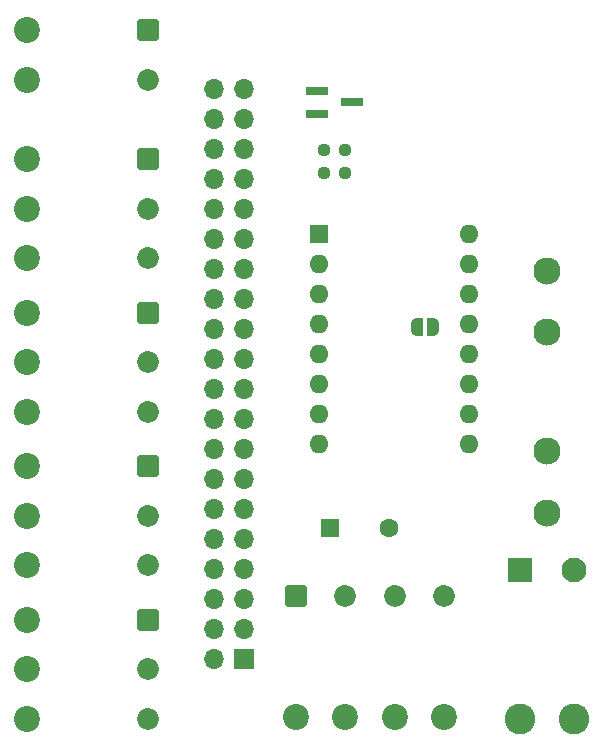
<source format=gbr>
%TF.GenerationSoftware,KiCad,Pcbnew,(6.0.7)*%
%TF.CreationDate,2022-09-20T18:51:32+02:00*%
%TF.ProjectId,postcardscanner,706f7374-6361-4726-9473-63616e6e6572,rev?*%
%TF.SameCoordinates,PX4d3f640PY2cd29c0*%
%TF.FileFunction,Soldermask,Top*%
%TF.FilePolarity,Negative*%
%FSLAX46Y46*%
G04 Gerber Fmt 4.6, Leading zero omitted, Abs format (unit mm)*
G04 Created by KiCad (PCBNEW (6.0.7)) date 2022-09-20 18:51:32*
%MOMM*%
%LPD*%
G01*
G04 APERTURE LIST*
G04 Aperture macros list*
%AMRoundRect*
0 Rectangle with rounded corners*
0 $1 Rounding radius*
0 $2 $3 $4 $5 $6 $7 $8 $9 X,Y pos of 4 corners*
0 Add a 4 corners polygon primitive as box body*
4,1,4,$2,$3,$4,$5,$6,$7,$8,$9,$2,$3,0*
0 Add four circle primitives for the rounded corners*
1,1,$1+$1,$2,$3*
1,1,$1+$1,$4,$5*
1,1,$1+$1,$6,$7*
1,1,$1+$1,$8,$9*
0 Add four rect primitives between the rounded corners*
20,1,$1+$1,$2,$3,$4,$5,0*
20,1,$1+$1,$4,$5,$6,$7,0*
20,1,$1+$1,$6,$7,$8,$9,0*
20,1,$1+$1,$8,$9,$2,$3,0*%
%AMFreePoly0*
4,1,22,0.500000,-0.750000,0.000000,-0.750000,0.000000,-0.745033,-0.079941,-0.743568,-0.215256,-0.701293,-0.333266,-0.622738,-0.424486,-0.514219,-0.481581,-0.384460,-0.499164,-0.250000,-0.500000,-0.250000,-0.500000,0.250000,-0.499164,0.250000,-0.499963,0.256109,-0.478152,0.396186,-0.417904,0.524511,-0.324060,0.630769,-0.204165,0.706417,-0.067858,0.745374,0.000000,0.744959,0.000000,0.750000,
0.500000,0.750000,0.500000,-0.750000,0.500000,-0.750000,$1*%
%AMFreePoly1*
4,1,20,0.000000,0.744959,0.073905,0.744508,0.209726,0.703889,0.328688,0.626782,0.421226,0.519385,0.479903,0.390333,0.500000,0.250000,0.500000,-0.250000,0.499851,-0.262216,0.476331,-0.402017,0.414519,-0.529596,0.319384,-0.634700,0.198574,-0.708877,0.061801,-0.746166,0.000000,-0.745033,0.000000,-0.750000,-0.500000,-0.750000,-0.500000,0.750000,0.000000,0.750000,0.000000,0.744959,
0.000000,0.744959,$1*%
G04 Aperture macros list end*
%ADD10RoundRect,0.237500X0.250000X0.237500X-0.250000X0.237500X-0.250000X-0.237500X0.250000X-0.237500X0*%
%ADD11R,1.700000X1.700000*%
%ADD12O,1.700000X1.700000*%
%ADD13C,1.850000*%
%ADD14RoundRect,0.250000X-0.675000X0.675000X-0.675000X-0.675000X0.675000X-0.675000X0.675000X0.675000X0*%
%ADD15C,2.200000*%
%ADD16FreePoly0,0.000000*%
%ADD17FreePoly1,0.000000*%
%ADD18RoundRect,0.250000X-0.675000X-0.675000X0.675000X-0.675000X0.675000X0.675000X-0.675000X0.675000X0*%
%ADD19R,1.600000X1.600000*%
%ADD20C,1.600000*%
%ADD21R,1.900000X0.800000*%
%ADD22RoundRect,0.237500X-0.250000X-0.237500X0.250000X-0.237500X0.250000X0.237500X-0.250000X0.237500X0*%
%ADD23C,2.600000*%
%ADD24RoundRect,0.250001X-0.799999X-0.799999X0.799999X-0.799999X0.799999X0.799999X-0.799999X0.799999X0*%
%ADD25C,2.100000*%
%ADD26O,1.600000X1.600000*%
%ADD27C,2.300000*%
G04 APERTURE END LIST*
D10*
%TO.C,R2*%
X28912500Y-13000000D03*
X27087500Y-13000000D03*
%TD*%
D11*
%TO.C,J1*%
X20290000Y-56100000D03*
D12*
X17750000Y-56100000D03*
X20290000Y-53560000D03*
X17750000Y-53560000D03*
X20290000Y-51020000D03*
X17750000Y-51020000D03*
X20290000Y-48480000D03*
X17750000Y-48480000D03*
X20290000Y-45940000D03*
X17750000Y-45940000D03*
X20290000Y-43400000D03*
X17750000Y-43400000D03*
X20290000Y-40860000D03*
X17750000Y-40860000D03*
X20290000Y-38320000D03*
X17750000Y-38320000D03*
X20290000Y-35780000D03*
X17750000Y-35780000D03*
X20290000Y-33240000D03*
X17750000Y-33240000D03*
X20290000Y-30700000D03*
X17750000Y-30700000D03*
X20290000Y-28160000D03*
X17750000Y-28160000D03*
X20290000Y-25620000D03*
X17750000Y-25620000D03*
X20290000Y-23080000D03*
X17750000Y-23080000D03*
X20290000Y-20540000D03*
X17750000Y-20540000D03*
X20290000Y-18000000D03*
X17750000Y-18000000D03*
X20290000Y-15460000D03*
X17750000Y-15460000D03*
X20290000Y-12920000D03*
X17750000Y-12920000D03*
X20290000Y-10380000D03*
X17750000Y-10380000D03*
X20290000Y-7840000D03*
X17750000Y-7840000D03*
%TD*%
D13*
%TO.C,J3*%
X12190000Y-35200000D03*
X12190000Y-31000000D03*
D14*
X12190000Y-26800000D03*
D15*
X1990000Y-31000000D03*
X1990000Y-26800000D03*
X1990000Y-35200000D03*
%TD*%
D16*
%TO.C,JP1*%
X35000000Y-28000000D03*
D17*
X36300000Y-28000000D03*
%TD*%
D15*
%TO.C,J7*%
X1990000Y-2900000D03*
X1990000Y-7100000D03*
D14*
X12190000Y-2900000D03*
D13*
X12190000Y-7100000D03*
%TD*%
D15*
%TO.C,J4*%
X1990000Y-39800000D03*
X1990000Y-44000000D03*
X1990000Y-48200000D03*
D14*
X12190000Y-39800000D03*
D13*
X12190000Y-44000000D03*
X12190000Y-48200000D03*
%TD*%
D15*
%TO.C,J6*%
X37300000Y-61010000D03*
X28900000Y-61010000D03*
X33100000Y-61010000D03*
X24700000Y-61010000D03*
D18*
X24700000Y-50810000D03*
D13*
X28900000Y-50810000D03*
X33100000Y-50810000D03*
X37300000Y-50810000D03*
%TD*%
%TO.C,J5*%
X12190000Y-61200000D03*
X12190000Y-57000000D03*
D14*
X12190000Y-52800000D03*
D15*
X1990000Y-57000000D03*
X1990000Y-61200000D03*
X1990000Y-52800000D03*
%TD*%
D19*
%TO.C,C1*%
X27597349Y-45000000D03*
D20*
X32597349Y-45000000D03*
%TD*%
D21*
%TO.C,Q1*%
X26500000Y-8050000D03*
X26500000Y-9950000D03*
X29500000Y-9000000D03*
%TD*%
D13*
%TO.C,J2*%
X12190000Y-22200000D03*
X12190000Y-18000000D03*
D14*
X12190000Y-13800000D03*
D15*
X1990000Y-18000000D03*
X1990000Y-13800000D03*
X1990000Y-22200000D03*
%TD*%
D22*
%TO.C,R1*%
X27087500Y-15000000D03*
X28912500Y-15000000D03*
%TD*%
D23*
%TO.C,J8*%
X43700000Y-61175000D03*
X48300000Y-61175000D03*
D24*
X43700000Y-48575000D03*
D25*
X48300000Y-48575000D03*
%TD*%
D19*
%TO.C,A1*%
X26660000Y-20110000D03*
D26*
X26660000Y-22650000D03*
X26660000Y-25190000D03*
X26660000Y-27730000D03*
X26660000Y-30270000D03*
X26660000Y-32810000D03*
X26660000Y-35350000D03*
X26660000Y-37890000D03*
X39360000Y-37890000D03*
X39360000Y-35350000D03*
X39360000Y-32810000D03*
X39360000Y-30270000D03*
X39360000Y-27730000D03*
X39360000Y-25190000D03*
X39360000Y-22650000D03*
X39360000Y-20110000D03*
%TD*%
D27*
%TO.C,F1*%
X46000000Y-23250000D03*
X46000000Y-28450000D03*
X46000000Y-43750000D03*
X46000000Y-38550000D03*
%TD*%
M02*

</source>
